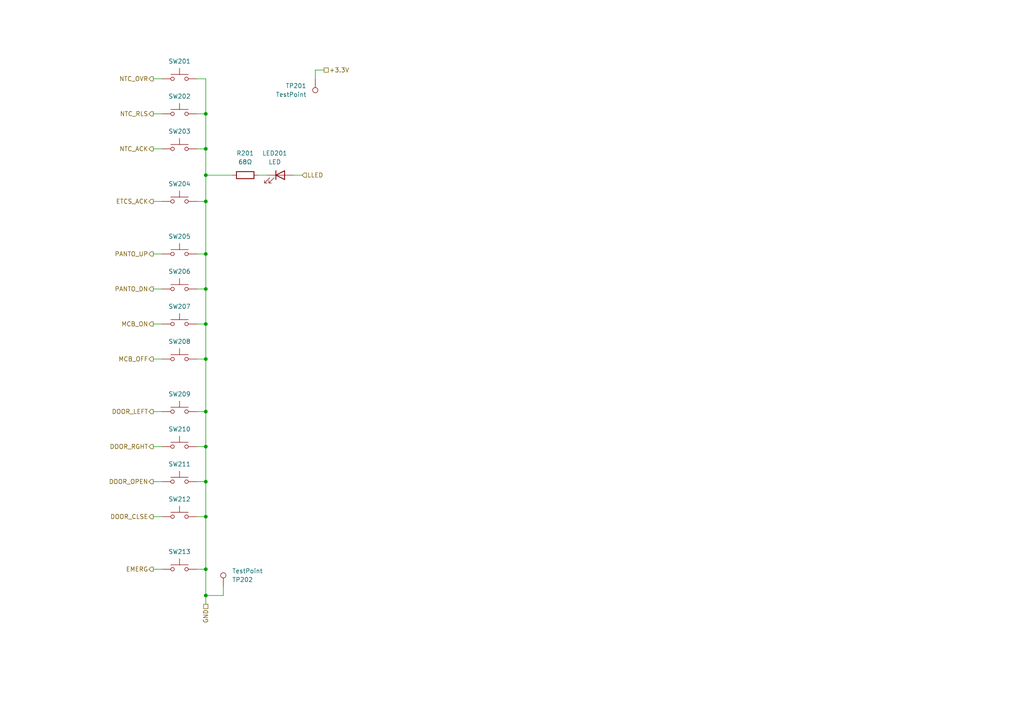
<source format=kicad_sch>
(kicad_sch (version 20231120) (generator "eeschema") (generator_version "8.0")
  (paper "A4")
  (lib_symbols
    (symbol "Connector:TestPoint" (pin_numbers hide) (pin_names (offset 0.762) hide)
      (property "Reference" "TP" (at 0 6.858 0))
      (property "Value" "TestPoint" (at 0 5.08 0))
      (symbol "TestPoint_0_1"
        (circle (center 0 3.302) (radius 0.762))
      )
      (symbol "TestPoint_1_1"
        (pin passive line (at 0 0 90) (length 2.54) (name "1") (number "1"))
      )
    )
    (symbol "Device:LED" (pin_numbers hide) (pin_names (offset 1.016) hide)
      (property "Reference" "D" (at 0 2.54 0))
      (property "Value" "LED" (at 0 -2.54 0))
      (symbol "LED_0_1"
        (polyline (pts (xy -1.27 -1.27) (xy -1.27 1.27)) (stroke (width 0.254)))
        (polyline (pts (xy -1.27 0) (xy 1.27 0)))
        (polyline (pts (xy 1.27 -1.27) (xy 1.27 1.27) (xy -1.27 0) (xy 1.27 -1.27)) (stroke (width 0.254)))
        (polyline (pts (xy -3.048 -0.762) (xy -4.572 -2.286) (xy -3.81 -2.286) (xy -4.572 -2.286) (xy -4.572 -1.524)))
        (polyline (pts (xy -1.778 -0.762) (xy -3.302 -2.286) (xy -2.54 -2.286) (xy -3.302 -2.286) (xy -3.302 -1.524)))
      )
      (symbol "LED_1_1"
        (pin passive line (at -3.81 0 0) (length 2.54) (name "K") (number "1"))
        (pin passive line (at 3.81 0 180) (length 2.54) (name "A") (number "2"))
      )
    )
    (symbol "Device:R" (pin_numbers hide) (pin_names (offset 0))
      (property "Reference" "R" (at 2.032 0 90))
      (property "Value" "R" (at 0 0 90))
      (symbol "R_0_1"
        (rectangle (start -1.016 -2.54) (end 1.016 2.54) (stroke (width 0.254)))
      )
      (symbol "R_1_1"
        (pin passive line (at 0 3.81 270) (length 1.27) (name "~") (number "1"))
        (pin passive line (at 0 -3.81 90) (length 1.27) (name "~") (number "2"))
      )
    )
    (symbol "Switch:SW_Push" (pin_numbers hide) (pin_names (offset 1.016) hide)
      (property "Reference" "SW" (at 1.27 2.54 0))
      (property "Value" "SW_Push" (at 0 -1.524 0))
      (symbol "SW_Push_0_1"
        (circle (center -2.032 0) (radius 0.508))
        (polyline (pts (xy 0 1.27) (xy 0 3.048)))
        (polyline (pts (xy 2.54 1.27) (xy -2.54 1.27)))
        (circle (center 2.032 0) (radius 0.508))
        (pin passive line (at -5.08 0 0) (length 2.54) (name "1") (number "1"))
        (pin passive line (at 5.08 0 180) (length 2.54) (name "2") (number "2"))
      )
    )
  )
  (junction (at 59.69 58.42))
  (junction (at 59.69 119.38))
  (junction (at 59.69 149.86))
  (junction (at 59.69 129.54))
  (junction (at 59.69 104.14))
  (junction (at 59.69 43.18))
  (junction (at 59.69 93.98))
  (junction (at 59.69 139.7))
  (junction (at 59.69 50.8))
  (junction (at 59.69 172.72))
  (junction (at 59.69 83.82))
  (junction (at 59.69 33.02))
  (junction (at 59.69 165.1))
  (junction (at 59.69 73.66))
  (wire (pts (xy 59.69 119.38) (xy 59.69 129.54)))
  (wire (pts (xy 44.45 58.42) (xy 46.99 58.42)))
  (wire (pts (xy 57.15 73.66) (xy 59.69 73.66)))
  (wire (pts (xy 59.69 172.72) (xy 64.77 172.72)))
  (wire (pts (xy 59.69 50.8) (xy 67.31 50.8)))
  (wire (pts (xy 57.15 43.18) (xy 59.69 43.18)))
  (wire (pts (xy 85.09 50.8) (xy 87.63 50.8)))
  (wire (pts (xy 59.69 172.72) (xy 59.69 175.26)))
  (wire (pts (xy 59.69 43.18) (xy 59.69 50.8)))
  (wire (pts (xy 59.69 50.8) (xy 59.69 58.42)))
  (wire (pts (xy 59.69 22.86) (xy 59.69 33.02)))
  (wire (pts (xy 44.45 129.54) (xy 46.99 129.54)))
  (wire (pts (xy 57.15 83.82) (xy 59.69 83.82)))
  (wire (pts (xy 59.69 165.1) (xy 59.69 172.72)))
  (wire (pts (xy 59.69 73.66) (xy 59.69 83.82)))
  (wire (pts (xy 44.45 22.86) (xy 46.99 22.86)))
  (wire (pts (xy 57.15 149.86) (xy 59.69 149.86)))
  (wire (pts (xy 91.44 20.32) (xy 91.44 22.86)))
  (wire (pts (xy 44.45 83.82) (xy 46.99 83.82)))
  (wire (pts (xy 44.45 43.18) (xy 46.99 43.18)))
  (wire (pts (xy 57.15 165.1) (xy 59.69 165.1)))
  (wire (pts (xy 57.15 129.54) (xy 59.69 129.54)))
  (wire (pts (xy 44.45 104.14) (xy 46.99 104.14)))
  (wire (pts (xy 91.44 20.32) (xy 93.98 20.32)))
  (wire (pts (xy 44.45 73.66) (xy 46.99 73.66)))
  (wire (pts (xy 59.69 33.02) (xy 59.69 43.18)))
  (wire (pts (xy 59.69 93.98) (xy 59.69 104.14)))
  (wire (pts (xy 57.15 33.02) (xy 59.69 33.02)))
  (wire (pts (xy 59.69 129.54) (xy 59.69 139.7)))
  (wire (pts (xy 44.45 149.86) (xy 46.99 149.86)))
  (wire (pts (xy 59.69 149.86) (xy 59.69 165.1)))
  (wire (pts (xy 57.15 22.86) (xy 59.69 22.86)))
  (wire (pts (xy 57.15 93.98) (xy 59.69 93.98)))
  (wire (pts (xy 57.15 119.38) (xy 59.69 119.38)))
  (wire (pts (xy 59.69 104.14) (xy 59.69 119.38)))
  (wire (pts (xy 44.45 93.98) (xy 46.99 93.98)))
  (wire (pts (xy 57.15 139.7) (xy 59.69 139.7)))
  (wire (pts (xy 57.15 104.14) (xy 59.69 104.14)))
  (wire (pts (xy 59.69 139.7) (xy 59.69 149.86)))
  (wire (pts (xy 64.77 170.18) (xy 64.77 172.72)))
  (wire (pts (xy 59.69 83.82) (xy 59.69 93.98)))
  (wire (pts (xy 57.15 58.42) (xy 59.69 58.42)))
  (wire (pts (xy 59.69 58.42) (xy 59.69 73.66)))
  (wire (pts (xy 74.93 50.8) (xy 77.47 50.8)))
  (wire (pts (xy 44.45 119.38) (xy 46.99 119.38)))
  (wire (pts (xy 44.45 139.7) (xy 46.99 139.7)))
  (wire (pts (xy 44.45 165.1) (xy 46.99 165.1)))
  (wire (pts (xy 44.45 33.02) (xy 46.99 33.02)))
  (hierarchical_label "GND" (shape passive) (at 59.69 175.26 270))
  (hierarchical_label "EMERG" (shape output) (at 44.45 165.1 180))
  (hierarchical_label "NTC_ACK" (shape output) (at 44.45 43.18 180))
  (hierarchical_label "ETCS_ACK" (shape output) (at 44.45 58.42 180))
  (hierarchical_label "MCB_OFF" (shape output) (at 44.45 104.14 180))
  (hierarchical_label "DOOR_OPEN" (shape output) (at 44.45 139.7 180))
  (hierarchical_label "PANTO_DN" (shape output) (at 44.45 83.82 180))
  (hierarchical_label "DOOR_CLSE" (shape output) (at 44.45 149.86 180))
  (hierarchical_label "NTC_RLS" (shape output) (at 44.45 33.02 180))
  (hierarchical_label "DOOR_RGHT" (shape output) (at 44.45 129.54 180))
  (hierarchical_label "NTC_OVR" (shape output) (at 44.45 22.86 180))
  (hierarchical_label "MCB_ON" (shape output) (at 44.45 93.98 180))
  (hierarchical_label "PANTO_UP" (shape output) (at 44.45 73.66 180))
  (hierarchical_label "LLED" (shape input) (at 87.63 50.8 0))
  (hierarchical_label "+3.3V" (shape passive) (at 93.98 20.32 0))
  (hierarchical_label "DOOR_LEFT" (shape output) (at 44.45 119.38 180))
  (symbol (lib_id "Device:LED") (at 81.28 50.8 0) (unit 1)
    (property "Reference" "LED201" (at 79.6925 44.45 0))
    (property "Value" "LED" (at 79.6925 46.99 0))
    (property "Footprint" "LED_SMD:LED_0805_2012Metric" (effects (hide yes)))
    (property "Description" "Light emitting diode" (effects (hide yes)))
    (property "LCSC" "C2296" (effects (hide yes)))
  )
  (symbol (lib_id "Switch:SW_Push") (at 52.07 33.02 0) (unit 1)
    (property "Reference" "SW202" (at 52.07 27.94 0))
    (property "Value" "SW_Push" (effects (hide yes)))
    (property "Footprint" "Button_Switch_Keyboard:SW_Cherry_MX_1.00u_PCB" (effects (hide yes)))
    (property "Description" "Push button switch, generic, two pins" (effects (hide yes)))
  )
  (symbol (lib_id "Switch:SW_Push") (at 52.07 83.82 0) (unit 1)
    (property "Reference" "SW206" (at 52.07 78.74 0))
    (property "Value" "SW_Push" (effects (hide yes)))
    (property "Footprint" "Button_Switch_Keyboard:SW_Cherry_MX_1.00u_PCB" (effects (hide yes)))
    (property "Description" "Push button switch, generic, two pins" (effects (hide yes)))
  )
  (symbol (lib_id "Switch:SW_Push") (at 52.07 104.14 0) (unit 1)
    (property "Reference" "SW208" (at 52.07 99.06 0))
    (property "Value" "SW_Push" (effects (hide yes)))
    (property "Footprint" "Button_Switch_Keyboard:SW_Cherry_MX_1.00u_PCB" (effects (hide yes)))
    (property "Description" "Push button switch, generic, two pins" (effects (hide yes)))
  )
  (symbol (lib_id "Switch:SW_Push") (at 52.07 58.42 0) (unit 1)
    (property "Reference" "SW204" (at 52.07 53.34 0))
    (property "Value" "SW_Push" (effects (hide yes)))
    (property "Footprint" "Button_Switch_Keyboard:SW_Cherry_MX_1.00u_PCB" (effects (hide yes)))
    (property "Description" "Push button switch, generic, two pins" (effects (hide yes)))
  )
  (symbol (lib_id "Switch:SW_Push") (at 52.07 165.1 0) (unit 1)
    (property "Reference" "SW213" (at 52.07 160.02 0))
    (property "Value" "SW_Push" (effects (hide yes)))
    (property "Footprint" "Button_Switch_Keyboard:SW_Cherry_MX_1.00u_PCB" (effects (hide yes)))
    (property "Description" "Push button switch, generic, two pins" (effects (hide yes)))
  )
  (symbol (lib_id "Switch:SW_Push") (at 52.07 22.86 0) (unit 1)
    (property "Reference" "SW201" (at 52.07 17.78 0))
    (property "Value" "SW_Push" (effects (hide yes)))
    (property "Footprint" "Button_Switch_Keyboard:SW_Cherry_MX_1.00u_PCB" (effects (hide yes)))
    (property "Description" "Push button switch, generic, two pins" (effects (hide yes)))
  )
  (symbol (lib_id "Switch:SW_Push") (at 52.07 93.98 0) (unit 1)
    (property "Reference" "SW207" (at 52.07 88.9 0))
    (property "Value" "SW_Push" (effects (hide yes)))
    (property "Footprint" "Button_Switch_Keyboard:SW_Cherry_MX_1.00u_PCB" (effects (hide yes)))
    (property "Description" "Push button switch, generic, two pins" (effects (hide yes)))
  )
  (symbol (lib_id "Switch:SW_Push") (at 52.07 139.7 0) (unit 1)
    (property "Reference" "SW211" (at 52.07 134.62 0))
    (property "Value" "SW_Push" (effects (hide yes)))
    (property "Footprint" "Button_Switch_Keyboard:SW_Cherry_MX_1.00u_PCB" (effects (hide yes)))
    (property "Description" "Push button switch, generic, two pins" (effects (hide yes)))
  )
  (symbol (lib_id "Connector:TestPoint") (at 64.77 170.18 0) (mirror y) (unit 1)
    (property "Reference" "TP202" (at 67.31 168.1481 0) (effects (justify right)))
    (property "Value" "TestPoint" (at 67.31 165.6081 0) (effects (justify right)))
    (property "Footprint" "TestPoint:TestPoint_Pad_D1.0mm" (effects (hide yes)))
    (property "Description" "test point" (effects (hide yes)))
  )
  (symbol (lib_id "Switch:SW_Push") (at 52.07 149.86 0) (unit 1)
    (property "Reference" "SW212" (at 52.07 144.78 0))
    (property "Value" "SW_Push" (effects (hide yes)))
    (property "Footprint" "Button_Switch_Keyboard:SW_Cherry_MX_1.00u_PCB" (effects (hide yes)))
    (property "Description" "Push button switch, generic, two pins" (effects (hide yes)))
  )
  (symbol (lib_id "Switch:SW_Push") (at 52.07 129.54 0) (unit 1)
    (property "Reference" "SW210" (at 52.07 124.46 0))
    (property "Value" "SW_Push" (effects (hide yes)))
    (property "Footprint" "Button_Switch_Keyboard:SW_Cherry_MX_1.00u_PCB" (effects (hide yes)))
    (property "Description" "Push button switch, generic, two pins" (effects (hide yes)))
  )
  (symbol (lib_id "Connector:TestPoint") (at 91.44 22.86 0) (mirror x) (unit 1)
    (property "Reference" "TP201" (at 88.9 24.8919 0) (effects (justify right)))
    (property "Value" "TestPoint" (at 88.9 27.4319 0) (effects (justify right)))
    (property "Footprint" "TestPoint:TestPoint_Pad_D1.0mm" (effects (hide yes)))
    (property "Description" "test point" (effects (hide yes)))
  )
  (symbol (lib_id "Device:R") (at 71.12 50.8 90) (unit 1)
    (property "Reference" "R201" (at 71.12 44.45 90))
    (property "Value" "68Ω" (at 71.12 46.99 90))
    (property "Footprint" "Resistor_SMD:R_0805_2012Metric" (effects (hide yes)))
    (property "Description" "Resistor" (effects (hide yes)))
    (property "LCSC" "C17802" (effects (hide yes)))
  )
  (symbol (lib_id "Switch:SW_Push") (at 52.07 119.38 0) (unit 1)
    (property "Reference" "SW209" (at 52.07 114.3 0))
    (property "Value" "SW_Push" (effects (hide yes)))
    (property "Footprint" "Button_Switch_Keyboard:SW_Cherry_MX_1.00u_PCB" (effects (hide yes)))
    (property "Description" "Push button switch, generic, two pins" (effects (hide yes)))
  )
  (symbol (lib_id "Switch:SW_Push") (at 52.07 43.18 0) (unit 1)
    (property "Reference" "SW203" (at 52.07 38.1 0))
    (property "Value" "SW_Push" (effects (hide yes)))
    (property "Footprint" "Button_Switch_Keyboard:SW_Cherry_MX_1.00u_PCB" (effects (hide yes)))
    (property "Description" "Push button switch, generic, two pins" (effects (hide yes)))
  )
  (symbol (lib_id "Switch:SW_Push") (at 52.07 73.66 0) (unit 1)
    (property "Reference" "SW205" (at 52.07 68.58 0))
    (property "Value" "SW_Push" (effects (hide yes)))
    (property "Footprint" "Button_Switch_Keyboard:SW_Cherry_MX_1.00u_PCB" (effects (hide yes)))
    (property "Description" "Push button switch, generic, two pins" (effects (hide yes)))
  )
)
</source>
